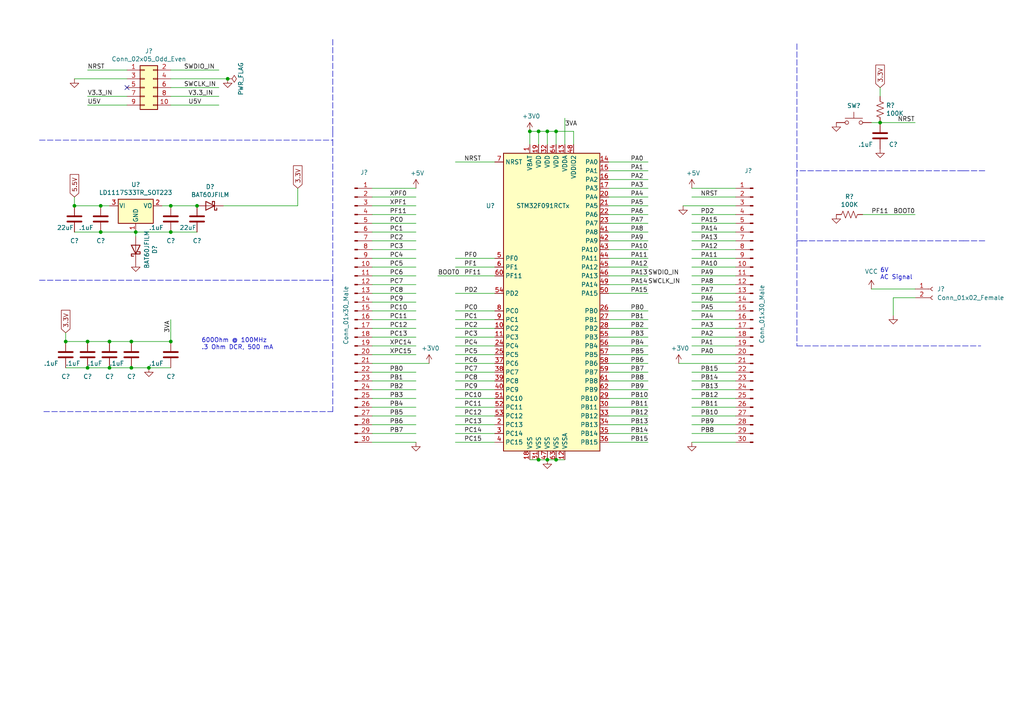
<source format=kicad_sch>
(kicad_sch (version 20211123) (generator eeschema)
  (paper "A4")
  (lib_symbols
    (symbol "Connector:Conn_01x02_Female" (pin_names (offset 1.016) hide)
      (property "Reference" "J?" (at 5.08 -2.54 90))
      (property "Value" "Conn_01x02_Female" (at 2.54 -10.16 90))
      (symbol "Conn_01x02_Female_1_1"
        (arc (start 0 -2.032) (mid -0.508 -2.54) (end 0 -3.048) (stroke (width 0.1524)))
        (polyline (pts (xy -1.27 -2.54) (xy -0.508 -2.54)) (stroke (width 0.1524)))
        (polyline (pts (xy -1.27 0) (xy -0.508 0)) (stroke (width 0.1524)))
        (arc (start 0 0.508) (mid -0.508 0) (end 0 -0.508) (stroke (width 0.1524)))
        (pin passive line (at -5.08 0 0) (length 3.81) (name "Pin_1") (number "1"))
        (pin passive line (at -5.08 -2.54 0) (length 3.81) (name "Pin_2") (number "2"))
      )
    )
    (symbol "Connector:Conn_01x30_Male" (pin_names (offset 1.016) hide)
      (property "Reference" "J" (at 0 38.1 0))
      (property "Value" "Conn_01x30_Male" (at 0 -40.64 0))
      (symbol "Conn_01x30_Male_1_1"
        (polyline (pts (xy 1.27 -38.1) (xy 0.8636 -38.1)) (stroke (width 0.1524)))
        (polyline (pts (xy 1.27 -35.56) (xy 0.8636 -35.56)) (stroke (width 0.1524)))
        (polyline (pts (xy 1.27 -33.02) (xy 0.8636 -33.02)) (stroke (width 0.1524)))
        (polyline (pts (xy 1.27 -30.48) (xy 0.8636 -30.48)) (stroke (width 0.1524)))
        (polyline (pts (xy 1.27 -27.94) (xy 0.8636 -27.94)) (stroke (width 0.1524)))
        (polyline (pts (xy 1.27 -25.4) (xy 0.8636 -25.4)) (stroke (width 0.1524)))
        (polyline (pts (xy 1.27 -22.86) (xy 0.8636 -22.86)) (stroke (width 0.1524)))
        (polyline (pts (xy 1.27 -20.32) (xy 0.8636 -20.32)) (stroke (width 0.1524)))
        (polyline (pts (xy 1.27 -17.78) (xy 0.8636 -17.78)) (stroke (width 0.1524)))
        (polyline (pts (xy 1.27 -15.24) (xy 0.8636 -15.24)) (stroke (width 0.1524)))
        (polyline (pts (xy 1.27 -12.7) (xy 0.8636 -12.7)) (stroke (width 0.1524)))
        (polyline (pts (xy 1.27 -10.16) (xy 0.8636 -10.16)) (stroke (width 0.1524)))
        (polyline (pts (xy 1.27 -7.62) (xy 0.8636 -7.62)) (stroke (width 0.1524)))
        (polyline (pts (xy 1.27 -5.08) (xy 0.8636 -5.08)) (stroke (width 0.1524)))
        (polyline (pts (xy 1.27 -2.54) (xy 0.8636 -2.54)) (stroke (width 0.1524)))
        (polyline (pts (xy 1.27 0) (xy 0.8636 0)) (stroke (width 0.1524)))
        (polyline (pts (xy 1.27 2.54) (xy 0.8636 2.54)) (stroke (width 0.1524)))
        (polyline (pts (xy 1.27 5.08) (xy 0.8636 5.08)) (stroke (width 0.1524)))
        (polyline (pts (xy 1.27 7.62) (xy 0.8636 7.62)) (stroke (width 0.1524)))
        (polyline (pts (xy 1.27 10.16) (xy 0.8636 10.16)) (stroke (width 0.1524)))
        (polyline (pts (xy 1.27 12.7) (xy 0.8636 12.7)) (stroke (width 0.1524)))
        (polyline (pts (xy 1.27 15.24) (xy 0.8636 15.24)) (stroke (width 0.1524)))
        (polyline (pts (xy 1.27 17.78) (xy 0.8636 17.78)) (stroke (width 0.1524)))
        (polyline (pts (xy 1.27 20.32) (xy 0.8636 20.32)) (stroke (width 0.1524)))
        (polyline (pts (xy 1.27 22.86) (xy 0.8636 22.86)) (stroke (width 0.1524)))
        (polyline (pts (xy 1.27 25.4) (xy 0.8636 25.4)) (stroke (width 0.1524)))
        (polyline (pts (xy 1.27 27.94) (xy 0.8636 27.94)) (stroke (width 0.1524)))
        (polyline (pts (xy 1.27 30.48) (xy 0.8636 30.48)) (stroke (width 0.1524)))
        (polyline (pts (xy 1.27 33.02) (xy 0.8636 33.02)) (stroke (width 0.1524)))
        (polyline (pts (xy 1.27 35.56) (xy 0.8636 35.56)) (stroke (width 0.1524)))
        (rectangle (start 0.8636 -37.973) (end 0 -38.227) (stroke (width 0.1524)) (fill (type outline)))
        (rectangle (start 0.8636 -35.433) (end 0 -35.687) (stroke (width 0.1524)) (fill (type outline)))
        (rectangle (start 0.8636 -32.893) (end 0 -33.147) (stroke (width 0.1524)) (fill (type outline)))
        (rectangle (start 0.8636 -30.353) (end 0 -30.607) (stroke (width 0.1524)) (fill (type outline)))
        (rectangle (start 0.8636 -27.813) (end 0 -28.067) (stroke (width 0.1524)) (fill (type outline)))
        (rectangle (start 0.8636 -25.273) (end 0 -25.527) (stroke (width 0.1524)) (fill (type outline)))
        (rectangle (start 0.8636 -22.733) (end 0 -22.987) (stroke (width 0.1524)) (fill (type outline)))
        (rectangle (start 0.8636 -20.193) (end 0 -20.447) (stroke (width 0.1524)) (fill (type outline)))
        (rectangle (start 0.8636 -17.653) (end 0 -17.907) (stroke (width 0.1524)) (fill (type outline)))
        (rectangle (start 0.8636 -15.113) (end 0 -15.367) (stroke (width 0.1524)) (fill (type outline)))
        (rectangle (start 0.8636 -12.573) (end 0 -12.827) (stroke (width 0.1524)) (fill (type outline)))
        (rectangle (start 0.8636 -10.033) (end 0 -10.287) (stroke (width 0.1524)) (fill (type outline)))
        (rectangle (start 0.8636 -7.493) (end 0 -7.747) (stroke (width 0.1524)) (fill (type outline)))
        (rectangle (start 0.8636 -4.953) (end 0 -5.207) (stroke (width 0.1524)) (fill (type outline)))
        (rectangle (start 0.8636 -2.413) (end 0 -2.667) (stroke (width 0.1524)) (fill (type outline)))
        (rectangle (start 0.8636 0.127) (end 0 -0.127) (stroke (width 0.1524)) (fill (type outline)))
        (rectangle (start 0.8636 2.667) (end 0 2.413) (stroke (width 0.1524)) (fill (type outline)))
        (rectangle (start 0.8636 5.207) (end 0 4.953) (stroke (width 0.1524)) (fill (type outline)))
        (rectangle (start 0.8636 7.747) (end 0 7.493) (stroke (width 0.1524)) (fill (type outline)))
        (rectangle (start 0.8636 10.287) (end 0 10.033) (stroke (width 0.1524)) (fill (type outline)))
        (rectangle (start 0.8636 12.827) (end 0 12.573) (stroke (width 0.1524)) (fill (type outline)))
        (rectangle (start 0.8636 15.367) (end 0 15.113) (stroke (width 0.1524)) (fill (type outline)))
        (rectangle (start 0.8636 17.907) (end 0 17.653) (stroke (width 0.1524)) (fill (type outline)))
        (rectangle (start 0.8636 20.447) (end 0 20.193) (stroke (width 0.1524)) (fill (type outline)))
        (rectangle (start 0.8636 22.987) (end 0 22.733) (stroke (width 0.1524)) (fill (type outline)))
        (rectangle (start 0.8636 25.527) (end 0 25.273) (stroke (width 0.1524)) (fill (type outline)))
        (rectangle (start 0.8636 28.067) (end 0 27.813) (stroke (width 0.1524)) (fill (type outline)))
        (rectangle (start 0.8636 30.607) (end 0 30.353) (stroke (width 0.1524)) (fill (type outline)))
        (rectangle (start 0.8636 33.147) (end 0 32.893) (stroke (width 0.1524)) (fill (type outline)))
        (rectangle (start 0.8636 35.687) (end 0 35.433) (stroke (width 0.1524)) (fill (type outline)))
        (pin passive line (at 5.08 35.56 180) (length 3.81) (name "Pin_1") (number "1"))
        (pin passive line (at 5.08 12.7 180) (length 3.81) (name "Pin_10") (number "10"))
        (pin passive line (at 5.08 10.16 180) (length 3.81) (name "Pin_11") (number "11"))
        (pin passive line (at 5.08 7.62 180) (length 3.81) (name "Pin_12") (number "12"))
        (pin passive line (at 5.08 5.08 180) (length 3.81) (name "Pin_13") (number "13"))
        (pin passive line (at 5.08 2.54 180) (length 3.81) (name "Pin_14") (number "14"))
        (pin passive line (at 5.08 0 180) (length 3.81) (name "Pin_15") (number "15"))
        (pin passive line (at 5.08 -2.54 180) (length 3.81) (name "Pin_16") (number "16"))
        (pin passive line (at 5.08 -5.08 180) (length 3.81) (name "Pin_17") (number "17"))
        (pin passive line (at 5.08 -7.62 180) (length 3.81) (name "Pin_18") (number "18"))
        (pin passive line (at 5.08 -10.16 180) (length 3.81) (name "Pin_19") (number "19"))
        (pin passive line (at 5.08 33.02 180) (length 3.81) (name "Pin_2") (number "2"))
        (pin passive line (at 5.08 -12.7 180) (length 3.81) (name "Pin_20") (number "20"))
        (pin passive line (at 5.08 -15.24 180) (length 3.81) (name "Pin_21") (number "21"))
        (pin passive line (at 5.08 -17.78 180) (length 3.81) (name "Pin_22") (number "22"))
        (pin passive line (at 5.08 -20.32 180) (length 3.81) (name "Pin_23") (number "23"))
        (pin passive line (at 5.08 -22.86 180) (length 3.81) (name "Pin_24") (number "24"))
        (pin passive line (at 5.08 -25.4 180) (length 3.81) (name "Pin_25") (number "25"))
        (pin passive line (at 5.08 -27.94 180) (length 3.81) (name "Pin_26") (number "26"))
        (pin passive line (at 5.08 -30.48 180) (length 3.81) (name "Pin_27") (number "27"))
        (pin passive line (at 5.08 -33.02 180) (length 3.81) (name "Pin_28") (number "28"))
        (pin passive line (at 5.08 -35.56 180) (length 3.81) (name "Pin_29") (number "29"))
        (pin passive line (at 5.08 30.48 180) (length 3.81) (name "Pin_3") (number "3"))
        (pin passive line (at 5.08 -38.1 180) (length 3.81) (name "Pin_30") (number "30"))
        (pin passive line (at 5.08 27.94 180) (length 3.81) (name "Pin_4") (number "4"))
        (pin passive line (at 5.08 25.4 180) (length 3.81) (name "Pin_5") (number "5"))
        (pin passive line (at 5.08 22.86 180) (length 3.81) (name "Pin_6") (number "6"))
        (pin passive line (at 5.08 20.32 180) (length 3.81) (name "Pin_7") (number "7"))
        (pin passive line (at 5.08 17.78 180) (length 3.81) (name "Pin_8") (number "8"))
        (pin passive line (at 5.08 15.24 180) (length 3.81) (name "Pin_9") (number "9"))
      )
    )
    (symbol "Connector_Generic:Conn_02x05_Odd_Even" (pin_names (offset 1.016) hide)
      (property "Reference" "J" (at 1.27 7.62 0))
      (property "Value" "Conn_02x05_Odd_Even" (at 1.27 -7.62 0))
      (symbol "Conn_02x05_Odd_Even_1_1"
        (rectangle (start -1.27 -4.953) (end 0 -5.207) (stroke (width 0.1524)))
        (rectangle (start -1.27 -2.413) (end 0 -2.667) (stroke (width 0.1524)))
        (rectangle (start -1.27 0.127) (end 0 -0.127) (stroke (width 0.1524)))
        (rectangle (start -1.27 2.667) (end 0 2.413) (stroke (width 0.1524)))
        (rectangle (start -1.27 5.207) (end 0 4.953) (stroke (width 0.1524)))
        (rectangle (start -1.27 6.35) (end 3.81 -6.35) (stroke (width 0.254)) (fill (type background)))
        (rectangle (start 3.81 -4.953) (end 2.54 -5.207) (stroke (width 0.1524)))
        (rectangle (start 3.81 -2.413) (end 2.54 -2.667) (stroke (width 0.1524)))
        (rectangle (start 3.81 0.127) (end 2.54 -0.127) (stroke (width 0.1524)))
        (rectangle (start 3.81 2.667) (end 2.54 2.413) (stroke (width 0.1524)))
        (rectangle (start 3.81 5.207) (end 2.54 4.953) (stroke (width 0.1524)))
        (pin passive line (at -5.08 5.08 0) (length 3.81) (name "Pin_1") (number "1"))
        (pin passive line (at 7.62 -5.08 180) (length 3.81) (name "Pin_10") (number "10"))
        (pin passive line (at 7.62 5.08 180) (length 3.81) (name "Pin_2") (number "2"))
        (pin passive line (at -5.08 2.54 0) (length 3.81) (name "Pin_3") (number "3"))
        (pin passive line (at 7.62 2.54 180) (length 3.81) (name "Pin_4") (number "4"))
        (pin passive line (at -5.08 0 0) (length 3.81) (name "Pin_5") (number "5"))
        (pin passive line (at 7.62 0 180) (length 3.81) (name "Pin_6") (number "6"))
        (pin passive line (at -5.08 -2.54 0) (length 3.81) (name "Pin_7") (number "7"))
        (pin passive line (at 7.62 -2.54 180) (length 3.81) (name "Pin_8") (number "8"))
        (pin passive line (at -5.08 -5.08 0) (length 3.81) (name "Pin_9") (number "9"))
      )
    )
    (symbol "Device:C" (pin_numbers hide) (pin_names (offset 0.254))
      (property "Reference" "C" (at 0.635 2.54 0))
      (property "Value" "C" (at 0.635 -2.54 0))
      (symbol "C_0_1"
        (polyline (pts (xy -2.032 -0.762) (xy 2.032 -0.762)) (stroke (width 0.508)))
        (polyline (pts (xy -2.032 0.762) (xy 2.032 0.762)) (stroke (width 0.508)))
      )
      (symbol "C_1_1"
        (pin passive line (at 0 3.81 270) (length 2.794) (name "~") (number "1"))
        (pin passive line (at 0 -3.81 90) (length 2.794) (name "~") (number "2"))
      )
    )
    (symbol "Device:R_US" (pin_numbers hide) (pin_names (offset 0))
      (property "Reference" "R" (at 2.54 0 90))
      (property "Value" "R_US" (at -2.54 0 90))
      (symbol "R_US_0_1"
        (polyline (pts (xy 0 -2.286) (xy 0 -2.54)))
        (polyline (pts (xy 0 2.286) (xy 0 2.54)))
        (polyline (pts (xy 0 -0.762) (xy 1.016 -1.143) (xy 0 -1.524) (xy -1.016 -1.905) (xy 0 -2.286)))
        (polyline (pts (xy 0 0.762) (xy 1.016 0.381) (xy 0 0) (xy -1.016 -0.381) (xy 0 -0.762)))
        (polyline (pts (xy 0 2.286) (xy 1.016 1.905) (xy 0 1.524) (xy -1.016 1.143) (xy 0 0.762)))
      )
      (symbol "R_US_1_1"
        (pin passive line (at 0 3.81 270) (length 1.27) (name "~") (number "1"))
        (pin passive line (at 0 -3.81 90) (length 1.27) (name "~") (number "2"))
      )
    )
    (symbol "Diode:BAT60A" (pin_numbers hide) (pin_names (offset 1.016) hide)
      (property "Reference" "D" (at 0 2.54 0))
      (property "Value" "BAT60A" (at 0 -2.54 0))
      (symbol "BAT60A_0_1"
        (polyline (pts (xy 1.27 0) (xy -1.27 0)))
        (polyline (pts (xy 1.27 1.27) (xy 1.27 -1.27) (xy -1.27 0) (xy 1.27 1.27)) (stroke (width 0.254)))
        (polyline (pts (xy -1.905 0.635) (xy -1.905 1.27) (xy -1.27 1.27) (xy -1.27 -1.27) (xy -0.635 -1.27) (xy -0.635 -0.635)) (stroke (width 0.254)))
      )
      (symbol "BAT60A_1_1"
        (pin passive line (at -3.81 0 0) (length 2.54) (name "K") (number "1"))
        (pin passive line (at 3.81 0 180) (length 2.54) (name "A") (number "2"))
      )
    )
    (symbol "MCU_ST_STM32F0:STM32F091RCTx"
      (property "Reference" "U" (at -15.24 44.45 0))
      (property "Value" "STM32F091RCTx" (at 7.62 44.45 0))
      (symbol "STM32F091RCTx_0_1"
        (rectangle (start -15.24 -43.18) (end 12.7 43.18) (stroke (width 0.254)) (fill (type background)))
      )
      (symbol "STM32F091RCTx_1_1"
        (pin power_in line (at -7.62 45.72 270) (length 2.54) (name "VBAT") (number "1"))
        (pin bidirectional line (at -17.78 -7.62 0) (length 2.54) (name "PC2") (number "10"))
        (pin bidirectional line (at -17.78 -10.16 0) (length 2.54) (name "PC3") (number "11"))
        (pin power_in line (at 2.54 -45.72 90) (length 2.54) (name "VSSA") (number "12"))
        (pin power_in line (at 2.54 45.72 270) (length 2.54) (name "VDDA") (number "13"))
        (pin bidirectional line (at 15.24 40.64 180) (length 2.54) (name "PA0") (number "14"))
        (pin bidirectional line (at 15.24 38.1 180) (length 2.54) (name "PA1") (number "15"))
        (pin bidirectional line (at 15.24 35.56 180) (length 2.54) (name "PA2") (number "16"))
        (pin bidirectional line (at 15.24 33.02 180) (length 2.54) (name "PA3") (number "17"))
        (pin power_in line (at -7.62 -45.72 90) (length 2.54) (name "VSS") (number "18"))
        (pin power_in line (at -5.08 45.72 270) (length 2.54) (name "VDD") (number "19"))
        (pin bidirectional line (at -17.78 -35.56 0) (length 2.54) (name "PC13") (number "2"))
        (pin bidirectional line (at 15.24 30.48 180) (length 2.54) (name "PA4") (number "20"))
        (pin bidirectional line (at 15.24 27.94 180) (length 2.54) (name "PA5") (number "21"))
        (pin bidirectional line (at 15.24 25.4 180) (length 2.54) (name "PA6") (number "22"))
        (pin bidirectional line (at 15.24 22.86 180) (length 2.54) (name "PA7") (number "23"))
        (pin bidirectional line (at -17.78 -12.7 0) (length 2.54) (name "PC4") (number "24"))
        (pin bidirectional line (at -17.78 -15.24 0) (length 2.54) (name "PC5") (number "25"))
        (pin bidirectional line (at 15.24 -2.54 180) (length 2.54) (name "PB0") (number "26"))
        (pin bidirectional line (at 15.24 -5.08 180) (length 2.54) (name "PB1") (number "27"))
        (pin bidirectional line (at 15.24 -7.62 180) (length 2.54) (name "PB2") (number "28"))
        (pin bidirectional line (at 15.24 -27.94 180) (length 2.54) (name "PB10") (number "29"))
        (pin bidirectional line (at -17.78 -38.1 0) (length 2.54) (name "PC14") (number "3"))
        (pin bidirectional line (at 15.24 -30.48 180) (length 2.54) (name "PB11") (number "30"))
        (pin power_in line (at -5.08 -45.72 90) (length 2.54) (name "VSS") (number "31"))
        (pin power_in line (at -2.54 45.72 270) (length 2.54) (name "VDD") (number "32"))
        (pin bidirectional line (at 15.24 -33.02 180) (length 2.54) (name "PB12") (number "33"))
        (pin bidirectional line (at 15.24 -35.56 180) (length 2.54) (name "PB13") (number "34"))
        (pin bidirectional line (at 15.24 -38.1 180) (length 2.54) (name "PB14") (number "35"))
        (pin bidirectional line (at 15.24 -40.64 180) (length 2.54) (name "PB15") (number "36"))
        (pin bidirectional line (at -17.78 -17.78 0) (length 2.54) (name "PC6") (number "37"))
        (pin bidirectional line (at -17.78 -20.32 0) (length 2.54) (name "PC7") (number "38"))
        (pin bidirectional line (at -17.78 -22.86 0) (length 2.54) (name "PC8") (number "39"))
        (pin bidirectional line (at -17.78 -40.64 0) (length 2.54) (name "PC15") (number "4"))
        (pin bidirectional line (at -17.78 -25.4 0) (length 2.54) (name "PC9") (number "40"))
        (pin bidirectional line (at 15.24 20.32 180) (length 2.54) (name "PA8") (number "41"))
        (pin bidirectional line (at 15.24 17.78 180) (length 2.54) (name "PA9") (number "42"))
        (pin bidirectional line (at 15.24 15.24 180) (length 2.54) (name "PA10") (number "43"))
        (pin bidirectional line (at 15.24 12.7 180) (length 2.54) (name "PA11") (number "44"))
        (pin bidirectional line (at 15.24 10.16 180) (length 2.54) (name "PA12") (number "45"))
        (pin bidirectional line (at 15.24 7.62 180) (length 2.54) (name "PA13") (number "46"))
        (pin power_in line (at -2.54 -45.72 90) (length 2.54) (name "VSS") (number "47"))
        (pin power_in line (at 5.08 45.72 270) (length 2.54) (name "VDDIO2") (number "48"))
        (pin bidirectional line (at 15.24 5.08 180) (length 2.54) (name "PA14") (number "49"))
        (pin input line (at -17.78 12.7 0) (length 2.54) (name "PF0") (number "5"))
        (pin bidirectional line (at 15.24 2.54 180) (length 2.54) (name "PA15") (number "50"))
        (pin bidirectional line (at -17.78 -27.94 0) (length 2.54) (name "PC10") (number "51"))
        (pin bidirectional line (at -17.78 -30.48 0) (length 2.54) (name "PC11") (number "52"))
        (pin bidirectional line (at -17.78 -33.02 0) (length 2.54) (name "PC12") (number "53"))
        (pin bidirectional line (at -17.78 2.54 0) (length 2.54) (name "PD2") (number "54"))
        (pin bidirectional line (at 15.24 -10.16 180) (length 2.54) (name "PB3") (number "55"))
        (pin bidirectional line (at 15.24 -12.7 180) (length 2.54) (name "PB4") (number "56"))
        (pin bidirectional line (at 15.24 -15.24 180) (length 2.54) (name "PB5") (number "57"))
        (pin bidirectional line (at 15.24 -17.78 180) (length 2.54) (name "PB6") (number "58"))
        (pin bidirectional line (at 15.24 -20.32 180) (length 2.54) (name "PB7") (number "59"))
        (pin input line (at -17.78 10.16 0) (length 2.54) (name "PF1") (number "6"))
        (pin bidirectional line (at -17.78 7.62 0) (length 2.54) (name "PF11") (number "60"))
        (pin bidirectional line (at 15.24 -22.86 180) (length 2.54) (name "PB8") (number "61"))
        (pin bidirectional line (at 15.24 -25.4 180) (length 2.54) (name "PB9") (number "62"))
        (pin power_in line (at 0 -45.72 90) (length 2.54) (name "VSS") (number "63"))
        (pin power_in line (at 0 45.72 270) (length 2.54) (name "VDD") (number "64"))
        (pin input line (at -17.78 40.64 0) (length 2.54) (name "NRST") (number "7"))
        (pin bidirectional line (at -17.78 -2.54 0) (length 2.54) (name "PC0") (number "8"))
        (pin bidirectional line (at -17.78 -5.08 0) (length 2.54) (name "PC1") (number "9"))
      )
    )
    (symbol "Regulator_Linear:LD1117S33TR_SOT223" (pin_names (offset 0.254))
      (property "Reference" "U" (at -3.81 3.175 0))
      (property "Value" "LD1117S33TR_SOT223" (at 0 3.175 0))
      (symbol "LD1117S33TR_SOT223_0_1"
        (rectangle (start -5.08 -5.08) (end 5.08 1.905) (stroke (width 0.254)) (fill (type background)))
      )
      (symbol "LD1117S33TR_SOT223_1_1"
        (pin power_in line (at 0 -7.62 90) (length 2.54) (name "GND") (number "1"))
        (pin power_out line (at 7.62 0 180) (length 2.54) (name "VO") (number "2"))
        (pin power_in line (at -7.62 0 0) (length 2.54) (name "VI") (number "3"))
      )
    )
    (symbol "Switch:SW_Push" (pin_numbers hide) (pin_names (offset 1.016) hide)
      (property "Reference" "SW" (at 1.27 2.54 0))
      (property "Value" "SW_Push" (at 0 -1.524 0))
      (symbol "SW_Push_0_1"
        (circle (center -2.032 0) (radius 0.508))
        (polyline (pts (xy 0 1.27) (xy 0 3.048)))
        (polyline (pts (xy 2.54 1.27) (xy -2.54 1.27)))
        (circle (center 2.032 0) (radius 0.508))
        (pin passive line (at -5.08 0 0) (length 2.54) (name "1") (number "1"))
        (pin passive line (at 5.08 0 180) (length 2.54) (name "2") (number "2"))
      )
    )
    (symbol "power:+3V0" (power) (pin_names (offset 0))
      (property "Value" "+3V0" (at 0 3.556 0))
      (symbol "+3V0_0_1"
        (polyline (pts (xy -0.762 1.27) (xy 0 2.54)))
        (polyline (pts (xy 0 0) (xy 0 2.54)))
        (polyline (pts (xy 0 2.54) (xy 0.762 1.27)))
      )
      (symbol "+3V0_1_1"
        (pin power_in line (at 0 0 90) (length 0) hide (name "+3V0") (number "1"))
      )
    )
    (symbol "power:+5V" (power) (pin_names (offset 0))
      (property "Value" "+5V" (at 0 3.556 0))
      (symbol "+5V_0_1"
        (polyline (pts (xy -0.762 1.27) (xy 0 2.54)))
        (polyline (pts (xy 0 0) (xy 0 2.54)))
        (polyline (pts (xy 0 2.54) (xy 0.762 1.27)))
      )
      (symbol "+5V_1_1"
        (pin power_in line (at 0 0 90) (length 0) hide (name "+5V") (number "1"))
      )
    )
    (symbol "power:GND" (power) (pin_names (offset 0))
      (property "Value" "GND" (at 0 -3.81 0))
      (symbol "GND_0_1"
        (polyline (pts (xy 0 0) (xy 0 -1.27) (xy 1.27 -1.27) (xy 0 -2.54) (xy -1.27 -1.27) (xy 0 -1.27)))
      )
      (symbol "GND_1_1"
        (pin power_in line (at 0 0 270) (length 0) hide (name "GND") (number "1"))
      )
    )
    (symbol "power:PWR_FLAG" (power) (pin_numbers hide) (pin_names (offset 0) hide)
      (property "Value" "PWR_FLAG" (at 0 3.81 0))
      (symbol "PWR_FLAG_0_0"
        (pin power_out line (at 0 0 90) (length 0) (name "pwr") (number "1"))
      )
      (symbol "PWR_FLAG_0_1"
        (polyline (pts (xy 0 0) (xy 0 1.27) (xy -1.016 1.905) (xy 0 2.54) (xy 1.016 1.905) (xy 0 1.27)))
      )
    )
    (symbol "power:VCC" (power) (pin_names (offset 0))
      (property "Value" "VCC" (at 0 3.81 0))
      (symbol "VCC_0_1"
        (polyline (pts (xy -0.762 1.27) (xy 0 2.54)))
        (polyline (pts (xy 0 0) (xy 0 2.54)))
        (polyline (pts (xy 0 2.54) (xy 0.762 1.27)))
      )
      (symbol "VCC_1_1"
        (pin power_in line (at 0 0 90) (length 0) hide (name "VCC") (number "1"))
      )
    )
  )
  (junction (at 255.27 35.56))
  (junction (at 21.59 59.69))
  (junction (at 29.21 67.31))
  (junction (at 19.05 99.06))
  (junction (at 43.18 106.68))
  (junction (at 153.67 38.1))
  (junction (at 25.4 99.06))
  (junction (at 49.53 99.06))
  (junction (at 25.4 106.68))
  (junction (at 39.37 67.31))
  (junction (at 158.75 133.35))
  (junction (at 31.75 99.06))
  (junction (at 66.04 22.86))
  (junction (at 49.53 59.69))
  (junction (at 31.75 106.68))
  (junction (at 158.75 38.1))
  (junction (at 57.15 59.69))
  (junction (at 156.21 133.35))
  (junction (at 156.21 38.1))
  (junction (at 49.53 67.31))
  (junction (at 161.29 133.35))
  (junction (at 29.21 59.69))
  (junction (at 161.29 38.1))
  (junction (at 38.1 106.68))
  (junction (at 38.1 99.06))
  (no_connect (at 36.83 25.4))
  (wire (pts (xy 49.53 22.86) (xy 66.04 22.86)))
  (polyline (pts (xy 231.14 69.85) (xy 233.68 69.85)))
  (wire (pts (xy 213.36 82.55) (xy 200.66 82.55)))
  (wire (pts (xy 176.53 118.11) (xy 187.96 118.11)))
  (wire (pts (xy 176.53 97.79) (xy 187.96 97.79)))
  (wire (pts (xy 143.51 95.25) (xy 132.08 95.25)))
  (wire (pts (xy 176.53 105.41) (xy 187.96 105.41)))
  (wire (pts (xy 176.53 59.69) (xy 187.96 59.69)))
  (wire (pts (xy 161.29 41.91) (xy 161.29 38.1)))
  (wire (pts (xy 31.75 106.68) (xy 38.1 106.68)))
  (wire (pts (xy 143.51 113.03) (xy 132.08 113.03)))
  (wire (pts (xy 213.36 113.03) (xy 200.66 113.03)))
  (wire (pts (xy 107.95 105.41) (xy 124.46 105.41)))
  (polyline (pts (xy 96.52 40.64) (xy 96.52 81.28)))
  (wire (pts (xy 107.95 97.79) (xy 120.65 97.79)))
  (wire (pts (xy 107.95 87.63) (xy 120.65 87.63)))
  (wire (pts (xy 19.05 106.68) (xy 25.4 106.68)))
  (wire (pts (xy 19.05 96.52) (xy 19.05 99.06)))
  (wire (pts (xy 107.95 110.49) (xy 120.65 110.49)))
  (wire (pts (xy 107.95 120.65) (xy 120.65 120.65)))
  (wire (pts (xy 213.36 97.79) (xy 200.66 97.79)))
  (wire (pts (xy 198.12 59.69) (xy 213.36 59.69)))
  (wire (pts (xy 213.36 128.27) (xy 200.66 128.27)))
  (wire (pts (xy 176.53 115.57) (xy 187.96 115.57)))
  (wire (pts (xy 252.73 83.82) (xy 265.43 83.82)))
  (wire (pts (xy 143.51 120.65) (xy 132.08 120.65)))
  (polyline (pts (xy 279.4 49.53) (xy 285.75 49.53)))
  (wire (pts (xy 107.95 80.01) (xy 120.65 80.01)))
  (wire (pts (xy 176.53 110.49) (xy 187.96 110.49)))
  (wire (pts (xy 176.53 54.61) (xy 187.96 54.61)))
  (wire (pts (xy 86.36 54.61) (xy 86.36 59.69)))
  (wire (pts (xy 143.51 110.49) (xy 132.08 110.49)))
  (wire (pts (xy 107.95 107.95) (xy 120.65 107.95)))
  (wire (pts (xy 31.75 99.06) (xy 38.1 99.06)))
  (wire (pts (xy 107.95 69.85) (xy 120.65 69.85)))
  (wire (pts (xy 46.99 59.69) (xy 49.53 59.69)))
  (wire (pts (xy 38.1 106.68) (xy 43.18 106.68)))
  (wire (pts (xy 156.21 38.1) (xy 158.75 38.1)))
  (wire (pts (xy 213.36 62.23) (xy 200.66 62.23)))
  (polyline (pts (xy 231.14 69.85) (xy 231.14 100.33)))
  (wire (pts (xy 107.95 92.71) (xy 120.65 92.71)))
  (wire (pts (xy 176.53 72.39) (xy 187.96 72.39)))
  (wire (pts (xy 143.51 118.11) (xy 132.08 118.11)))
  (wire (pts (xy 25.4 30.48) (xy 36.83 30.48)))
  (wire (pts (xy 213.36 72.39) (xy 200.66 72.39)))
  (wire (pts (xy 64.77 59.69) (xy 86.36 59.69)))
  (wire (pts (xy 158.75 133.35) (xy 161.29 133.35)))
  (wire (pts (xy 21.59 22.86) (xy 36.83 22.86)))
  (wire (pts (xy 156.21 41.91) (xy 156.21 38.1)))
  (wire (pts (xy 255.27 35.56) (xy 265.43 35.56)))
  (wire (pts (xy 176.53 123.19) (xy 187.96 123.19)))
  (wire (pts (xy 36.83 27.94) (xy 25.4 27.94)))
  (wire (pts (xy 213.36 54.61) (xy 200.66 54.61)))
  (wire (pts (xy 176.53 49.53) (xy 187.96 49.53)))
  (wire (pts (xy 39.37 68.58) (xy 39.37 67.31)))
  (wire (pts (xy 213.36 85.09) (xy 200.66 85.09)))
  (wire (pts (xy 49.53 67.31) (xy 57.15 67.31)))
  (wire (pts (xy 158.75 38.1) (xy 161.29 38.1)))
  (wire (pts (xy 176.53 125.73) (xy 187.96 125.73)))
  (wire (pts (xy 31.75 59.69) (xy 29.21 59.69)))
  (wire (pts (xy 107.95 115.57) (xy 120.65 115.57)))
  (wire (pts (xy 153.67 41.91) (xy 153.67 38.1)))
  (polyline (pts (xy 96.52 11.43) (xy 96.52 38.1)))
  (wire (pts (xy 143.51 125.73) (xy 132.08 125.73)))
  (wire (pts (xy 39.37 67.31) (xy 49.53 67.31)))
  (wire (pts (xy 21.59 59.69) (xy 29.21 59.69)))
  (wire (pts (xy 107.95 54.61) (xy 120.65 54.61)))
  (wire (pts (xy 107.95 77.47) (xy 120.65 77.47)))
  (wire (pts (xy 143.51 85.09) (xy 132.08 85.09)))
  (wire (pts (xy 176.53 90.17) (xy 187.96 90.17)))
  (wire (pts (xy 213.36 118.11) (xy 200.66 118.11)))
  (wire (pts (xy 107.95 67.31) (xy 120.65 67.31)))
  (wire (pts (xy 49.53 30.48) (xy 63.5 30.48)))
  (polyline (pts (xy 96.52 81.28) (xy 96.52 119.38)))
  (wire (pts (xy 25.4 99.06) (xy 31.75 99.06)))
  (polyline (pts (xy 96.52 38.1) (xy 96.52 40.64)))
  (wire (pts (xy 49.53 20.32) (xy 63.5 20.32)))
  (wire (pts (xy 213.36 80.01) (xy 200.66 80.01)))
  (wire (pts (xy 250.19 62.23) (xy 265.43 62.23)))
  (wire (pts (xy 49.53 59.69) (xy 57.15 59.69)))
  (wire (pts (xy 107.95 113.03) (xy 120.65 113.03)))
  (wire (pts (xy 143.51 100.33) (xy 132.08 100.33)))
  (polyline (pts (xy 231.14 12.7) (xy 231.14 49.53)))
  (wire (pts (xy 176.53 74.93) (xy 187.96 74.93)))
  (wire (pts (xy 107.95 59.69) (xy 120.65 59.69)))
  (wire (pts (xy 143.51 97.79) (xy 132.08 97.79)))
  (wire (pts (xy 107.95 102.87) (xy 120.65 102.87)))
  (wire (pts (xy 153.67 133.35) (xy 156.21 133.35)))
  (wire (pts (xy 176.53 57.15) (xy 187.96 57.15)))
  (wire (pts (xy 127 80.01) (xy 143.51 80.01)))
  (wire (pts (xy 107.95 90.17) (xy 120.65 90.17)))
  (wire (pts (xy 213.36 64.77) (xy 200.66 64.77)))
  (wire (pts (xy 107.95 85.09) (xy 120.65 85.09)))
  (wire (pts (xy 143.51 105.41) (xy 132.08 105.41)))
  (wire (pts (xy 213.36 125.73) (xy 200.66 125.73)))
  (wire (pts (xy 255.27 25.4) (xy 255.27 27.94)))
  (wire (pts (xy 143.51 77.47) (xy 132.08 77.47)))
  (wire (pts (xy 143.51 92.71) (xy 132.08 92.71)))
  (wire (pts (xy 176.53 85.09) (xy 187.96 85.09)))
  (polyline (pts (xy 11.43 81.28) (xy 96.52 81.28)))
  (wire (pts (xy 213.36 115.57) (xy 200.66 115.57)))
  (polyline (pts (xy 279.4 69.85) (xy 285.75 69.85)))
  (polyline (pts (xy 231.14 49.53) (xy 231.14 69.85)))
  (polyline (pts (xy 231.14 100.33) (xy 284.48 100.33)))
  (wire (pts (xy 176.53 64.77) (xy 187.96 64.77)))
  (wire (pts (xy 21.59 57.15) (xy 21.59 59.69)))
  (wire (pts (xy 259.08 86.36) (xy 259.08 91.44)))
  (wire (pts (xy 213.36 57.15) (xy 200.66 57.15)))
  (wire (pts (xy 265.43 86.36) (xy 259.08 86.36)))
  (wire (pts (xy 143.51 102.87) (xy 132.08 102.87)))
  (wire (pts (xy 107.95 62.23) (xy 120.65 62.23)))
  (polyline (pts (xy 12.7 119.38) (xy 96.52 119.38)))
  (polyline (pts (xy 232.41 69.85) (xy 279.4 69.85)))
  (wire (pts (xy 213.36 95.25) (xy 200.66 95.25)))
  (wire (pts (xy 107.95 125.73) (xy 120.65 125.73)))
  (wire (pts (xy 176.53 120.65) (xy 187.96 120.65)))
  (wire (pts (xy 213.36 87.63) (xy 200.66 87.63)))
  (wire (pts (xy 176.53 113.03) (xy 187.96 113.03)))
  (wire (pts (xy 29.21 67.31) (xy 39.37 67.31)))
  (wire (pts (xy 158.75 41.91) (xy 158.75 38.1)))
  (wire (pts (xy 107.95 118.11) (xy 120.65 118.11)))
  (wire (pts (xy 161.29 38.1) (xy 166.37 38.1)))
  (wire (pts (xy 163.83 41.91) (xy 163.83 34.29)))
  (wire (pts (xy 143.51 115.57) (xy 132.08 115.57)))
  (wire (pts (xy 143.51 74.93) (xy 132.08 74.93)))
  (wire (pts (xy 176.53 46.99) (xy 187.96 46.99)))
  (wire (pts (xy 161.29 133.35) (xy 163.83 133.35)))
  (wire (pts (xy 156.21 133.35) (xy 158.75 133.35)))
  (wire (pts (xy 213.36 110.49) (xy 200.66 110.49)))
  (wire (pts (xy 176.53 107.95) (xy 187.96 107.95)))
  (wire (pts (xy 196.85 105.41) (xy 213.36 105.41)))
  (wire (pts (xy 213.36 120.65) (xy 200.66 120.65)))
  (wire (pts (xy 19.05 99.06) (xy 25.4 99.06)))
  (wire (pts (xy 49.53 92.71) (xy 49.53 99.06)))
  (wire (pts (xy 143.51 123.19) (xy 132.08 123.19)))
  (wire (pts (xy 213.36 100.33) (xy 200.66 100.33)))
  (wire (pts (xy 213.36 102.87) (xy 200.66 102.87)))
  (wire (pts (xy 143.51 128.27) (xy 132.08 128.27)))
  (wire (pts (xy 107.95 74.93) (xy 120.65 74.93)))
  (polyline (pts (xy 11.43 40.64) (xy 96.52 40.64)))
  (wire (pts (xy 107.95 123.19) (xy 120.65 123.19)))
  (wire (pts (xy 38.1 99.06) (xy 49.53 99.06)))
  (wire (pts (xy 213.36 77.47) (xy 200.66 77.47)))
  (wire (pts (xy 153.67 38.1) (xy 156.21 38.1)))
  (wire (pts (xy 213.36 107.95) (xy 200.66 107.95)))
  (wire (pts (xy 143.51 107.95) (xy 132.08 107.95)))
  (wire (pts (xy 43.18 106.68) (xy 49.53 106.68)))
  (wire (pts (xy 176.53 100.33) (xy 187.96 100.33)))
  (wire (pts (xy 143.51 46.99) (xy 132.08 46.99)))
  (wire (pts (xy 213.36 123.19) (xy 200.66 123.19)))
  (wire (pts (xy 49.53 27.94) (xy 63.5 27.94)))
  (wire (pts (xy 166.37 38.1) (xy 166.37 41.91)))
  (wire (pts (xy 213.36 92.71) (xy 200.66 92.71)))
  (wire (pts (xy 107.95 72.39) (xy 120.65 72.39)))
  (polyline (pts (xy 279.4 49.53) (xy 231.14 49.53)))
  (wire (pts (xy 107.95 95.25) (xy 120.65 95.25)))
  (wire (pts (xy 252.73 35.56) (xy 255.27 35.56)))
  (wire (pts (xy 176.53 52.07) (xy 187.96 52.07)))
  (wire (pts (xy 213.36 90.17) (xy 200.66 90.17)))
  (wire (pts (xy 176.53 102.87) (xy 187.96 102.87)))
  (wire (pts (xy 107.95 64.77) (xy 120.65 64.77)))
  (wire (pts (xy 36.83 20.32) (xy 25.4 20.32)))
  (wire (pts (xy 176.53 69.85) (xy 187.96 69.85)))
  (wire (pts (xy 176.53 128.27) (xy 187.96 128.27)))
  (wire (pts (xy 107.95 82.55) (xy 120.65 82.55)))
  (wire (pts (xy 143.51 90.17) (xy 132.08 90.17)))
  (wire (pts (xy 107.95 100.33) (xy 120.65 100.33)))
  (wire (pts (xy 21.59 67.31) (xy 29.21 67.31)))
  (wire (pts (xy 107.95 57.15) (xy 120.65 57.15)))
  (wire (pts (xy 213.36 69.85) (xy 200.66 69.85)))
  (wire (pts (xy 176.53 92.71) (xy 187.96 92.71)))
  (wire (pts (xy 25.4 106.68) (xy 31.75 106.68)))
  (wire (pts (xy 213.36 74.93) (xy 200.66 74.93)))
  (wire (pts (xy 176.53 62.23) (xy 187.96 62.23)))
  (wire (pts (xy 176.53 80.01) (xy 187.96 80.01)))
  (wire (pts (xy 176.53 67.31) (xy 187.96 67.31)))
  (wire (pts (xy 213.36 67.31) (xy 200.66 67.31)))
  (wire (pts (xy 49.53 25.4) (xy 63.5 25.4)))
  (wire (pts (xy 176.53 95.25) (xy 187.96 95.25)))
  (wire (pts (xy 107.95 128.27) (xy 120.65 128.27)))
  (wire (pts (xy 176.53 82.55) (xy 187.96 82.55)))
  (wire (pts (xy 176.53 77.47) (xy 187.96 77.47)))
  (text "600Ohm @ 100MHz\n.3 Ohm DCR, 500 mA" (at 58.42 101.6 0) (effects (font (size 1.27 1.27)) (justify left bottom)))
  (text "6V \nAC Signal\n" (at 255.27 81.28 0) (effects (font (size 1.27 1.27)) (justify left bottom)))
  (label "PA13" (at 182.88 80.01 0))
  (label "XPF0" (at 113.03 57.15 0))
  (label "PB3" (at 113.03 115.57 0))
  (label "XPC15" (at 113.03 102.87 0))
  (label "SWDIO_IN" (at 53.34 20.32 0))
  (label "PB9" (at 182.88 113.03 0))
  (label "PB1" (at 182.88 92.71 0))
  (label "PC5" (at 113.03 77.47 0))
  (label "PA7" (at 203.2 85.09 0))
  (label "PC3" (at 113.03 72.39 0))
  (label "PB12" (at 182.88 120.65 0))
  (label "U5V" (at 25.4 30.48 0))
  (label "NRST" (at 203.2 57.15 0))
  (label "PC13" (at 134.62 123.19 0))
  (label "PB5" (at 182.88 102.87 0))
  (label "PA13" (at 203.2 69.85 0))
  (label "PA11" (at 203.2 74.93 0))
  (label "PF11" (at 113.03 62.23 0))
  (label "PB0" (at 182.88 90.17 0))
  (label "PA10" (at 203.2 77.47 0))
  (label "PB5" (at 113.03 120.65 0))
  (label "PB6" (at 113.03 123.19 0))
  (label "PA8" (at 182.88 67.31 0))
  (label "PB8" (at 203.2 125.73 0))
  (label "PA1" (at 203.2 100.33 0))
  (label "3VA" (at 163.83 36.83 0))
  (label "PC10" (at 134.62 115.57 0))
  (label "PA0" (at 203.2 102.87 0))
  (label "PF11" (at 134.62 80.01 0))
  (label "PA9" (at 203.2 80.01 0))
  (label "PA5" (at 182.88 59.69 0))
  (label "PC0" (at 134.62 90.17 0))
  (label "PA2" (at 203.2 97.79 0))
  (label "PC12" (at 113.03 95.25 0))
  (label "PA9" (at 182.88 69.85 0))
  (label "PB11" (at 182.88 118.11 0))
  (label "PD2" (at 203.2 62.23 0))
  (label "PA6" (at 203.2 87.63 0))
  (label "PC11" (at 113.03 92.71 0))
  (label "PA4" (at 203.2 92.71 0))
  (label "XPC14" (at 113.03 100.33 0))
  (label "3VA" (at 49.53 96.52 90))
  (label "PA4" (at 182.88 57.15 0))
  (label "PC0" (at 113.03 64.77 0))
  (label "PC7" (at 113.03 82.55 0))
  (label "PC3" (at 134.62 97.79 0))
  (label "PF11" (at 252.73 62.23 0))
  (label "PA2" (at 182.88 52.07 0))
  (label "PC6" (at 134.62 105.41 0))
  (label "SWDIO_IN" (at 187.96 80.01 0))
  (label "PF1" (at 134.62 77.47 0))
  (label "NRST" (at 25.4 20.32 0))
  (label "PB10" (at 182.88 115.57 0))
  (label "PC4" (at 113.03 74.93 0))
  (label "PC7" (at 134.62 107.95 0))
  (label "PA14" (at 203.2 67.31 0))
  (label "PB7" (at 182.88 107.95 0))
  (label "PA15" (at 203.2 64.77 0))
  (label "PA11" (at 182.88 74.93 0))
  (label "PB4" (at 113.03 118.11 0))
  (label "SWCLK_IN" (at 187.96 82.55 0))
  (label "PC8" (at 113.03 85.09 0))
  (label "PC5" (at 134.62 102.87 0))
  (label "PA1" (at 182.88 49.53 0))
  (label "PC12" (at 134.62 120.65 0))
  (label "PA12" (at 203.2 72.39 0))
  (label "PB7" (at 113.03 125.73 0))
  (label "NRST" (at 134.62 46.99 0))
  (label "PB15" (at 203.2 107.95 0))
  (label "PB15" (at 182.88 128.27 0))
  (label "NRST" (at 260.35 35.56 0))
  (label "PC9" (at 113.03 87.63 0))
  (label "PA8" (at 203.2 82.55 0))
  (label "PB12" (at 203.2 115.57 0))
  (label "PB10" (at 203.2 120.65 0))
  (label "V3.3_IN" (at 54.61 27.94 0))
  (label "SWCLK_IN" (at 53.34 25.4 0))
  (label "PC9" (at 134.62 113.03 0))
  (label "PC10" (at 113.03 90.17 0))
  (label "PB11" (at 203.2 118.11 0))
  (label "BOOT0" (at 259.08 62.23 0))
  (label "PC6" (at 113.03 80.01 0))
  (label "PC11" (at 134.62 118.11 0))
  (label "PC1" (at 113.03 67.31 0))
  (label "PC8" (at 134.62 110.49 0))
  (label "PC15" (at 134.62 128.27 0))
  (label "PB14" (at 203.2 110.49 0))
  (label "PB4" (at 182.88 100.33 0))
  (label "U5V" (at 54.61 30.48 0))
  (label "PC1" (at 134.62 92.71 0))
  (label "PA6" (at 182.88 62.23 0))
  (label "PB9" (at 203.2 123.19 0))
  (label "V3.3_IN" (at 25.4 27.94 0))
  (label "PA10" (at 182.88 72.39 0))
  (label "PA3" (at 182.88 54.61 0))
  (label "PA12" (at 182.88 77.47 0))
  (label "BOOT0" (at 127 80.01 0))
  (label "PF0" (at 134.62 74.93 0))
  (label "PB6" (at 182.88 105.41 0))
  (label "PB0" (at 113.03 107.95 0))
  (label "PA0" (at 182.88 46.99 0))
  (label "PB2" (at 113.03 113.03 0))
  (label "PB14" (at 182.88 125.73 0))
  (label "PB3" (at 182.88 97.79 0))
  (label "PA7" (at 182.88 64.77 0))
  (label "PB8" (at 182.88 110.49 0))
  (label "PB13" (at 182.88 123.19 0))
  (label "PC2" (at 113.03 69.85 0))
  (label "PA3" (at 203.2 95.25 0))
  (label "PB13" (at 203.2 113.03 0))
  (label "PC2" (at 134.62 95.25 0))
  (label "PB2" (at 182.88 95.25 0))
  (label "PC4" (at 134.62 100.33 0))
  (label "PA15" (at 182.88 85.09 0))
  (label "PD2" (at 134.62 85.09 0))
  (label "XPF1" (at 113.03 59.69 0))
  (label "PB1" (at 113.03 110.49 0))
  (label "PC14" (at 134.62 125.73 0))
  (label "PC13" (at 113.03 97.79 0))
  (label "PA5" (at 203.2 90.17 0))
  (label "PA14" (at 182.88 82.55 0))
  (global_label "5.5V" (shape input) (at 21.59 57.15 90) (property "Intersheet References" "${INTERSHEET_REFS}" (effects hide)))
  (global_label "3.3V" (shape input) (at 86.36 54.61 90) (property "Intersheet References" "${INTERSHEET_REFS}" (effects hide)))
  (global_label "3.3V" (shape input) (at 19.05 96.52 90) (property "Intersheet References" "${INTERSHEET_REFS}" (effects hide)))
  (global_label "3.3V" (shape input) (at 255.27 25.4 90) (property "Intersheet References" "${INTERSHEET_REFS}" (effects hide)))
  (symbol (lib_id "MCU_ST_STM32F0:STM32F091RCTx") (at 161.29 87.63 0) (unit 1)
    (property "Reference" "U?" (at 142.24 59.69 0))
    (property "Value" "STM32F091RCTx" (at 157.48 59.69 0))
    (property "Footprint" "Package_QFP:LQFP-64_10x10mm_P0.5mm" (effects hide))
    (property "Datasheet" "http://www.st.com/st-web-ui/static/active/en/resource/technical/document/datasheet/DM00115237.pdf" (effects hide))
  )
  (symbol (lib_id "Device:C") (at 25.4 102.87 0) (unit 1)
    (property "Reference" "C?" (at 24.13 109.22 0) (effects (justify left)))
    (property "Value" ".1uF" (at 19.05 105.41 0) (effects (justify left)))
    (property "Footprint" "Capacitor_SMD:C_0805_2012Metric_Pad1.18x1.45mm_HandSolder" (effects hide))
  )
  (symbol (lib_id "power:+3V0") (at 124.46 105.41 0) (unit 1)
    (property "Reference" "#PWR?" (effects hide))
    (property "Value" "+3V0" (at 124.841 101.0158 0))
  )
  (symbol (lib_id "Device:R_US") (at 255.27 31.75 0) (unit 1)
    (property "Reference" "R?" (at 256.9972 30.5816 0) (effects (justify left)))
    (property "Value" "100K" (at 256.9972 32.893 0) (effects (justify left)))
    (property "Footprint" "Resistor_SMD:R_0805_2012Metric_Pad1.20x1.40mm_HandSolder" (effects hide))
  )
  (symbol (lib_id "power:GND") (at 43.18 106.68 0) (unit 1)
    (property "Reference" "#PWR?" (effects hide))
    (property "Value" "GND" (effects hide))
  )
  (symbol (lib_id "power:GND") (at 21.59 22.86 0) (unit 1)
    (property "Reference" "#PWR?" (effects hide))
    (property "Value" "GND" (effects hide))
  )
  (symbol (lib_id "power:GND") (at 198.12 59.69 0) (unit 1)
    (property "Reference" "#PWR?" (effects hide))
    (property "Value" "GND" (effects hide))
  )
  (symbol (lib_id "Device:C") (at 38.1 102.87 0) (unit 1)
    (property "Reference" "C?" (at 36.83 109.22 0) (effects (justify left)))
    (property "Value" ".1uF" (at 31.75 105.41 0) (effects (justify left)))
    (property "Footprint" "Capacitor_SMD:C_0805_2012Metric_Pad1.18x1.45mm_HandSolder" (effects hide))
  )
  (symbol (lib_id "Diode:BAT60A") (at 39.37 72.39 90) (unit 1)
    (property "Reference" "D?" (at 44.8818 72.39 0))
    (property "Value" "BAT60JFILM" (at 42.5704 72.39 0))
    (property "Footprint" "Diode_SMD:D_SOD-323" (effects hide))
    (property "Datasheet" "https://www.infineon.com/dgdl/Infineon-BAT60ASERIES-DS-v01_01-en.pdf?fileId=db3a304313d846880113def70c9304a9" (effects hide))
  )
  (symbol (lib_id "power:GND") (at 39.37 76.2 0) (unit 1)
    (property "Reference" "#PWR?" (effects hide))
    (property "Value" "GND" (effects hide))
  )
  (symbol (lib_id "Connector:Conn_01x30_Male") (at 218.44 90.17 0) (mirror y) (unit 1)
    (property "Reference" "J?" (at 215.9 49.53 0) (effects (justify right)))
    (property "Value" "Conn_01x30_Male" (at 220.98 82.55 90) (effects (justify right)))
    (property "Footprint" "local_models:HTSW-130-22-T-S" (effects hide))
  )
  (symbol (lib_id "power:GND") (at 120.65 128.27 0) (unit 1)
    (property "Reference" "#PWR?" (effects hide))
    (property "Value" "GND" (effects hide))
  )
  (symbol (lib_id "Connector:Conn_01x30_Male") (at 102.87 90.17 0) (unit 1)
    (property "Reference" "J?" (at 105.6132 50.0126 0))
    (property "Value" "Conn_01x30_Male" (at 100.33 91.44 90))
    (property "Footprint" "local_models:HTSW-130-22-T-S" (effects hide))
  )
  (symbol (lib_id "Device:C") (at 21.59 63.5 0) (unit 1)
    (property "Reference" "C?" (at 20.32 69.85 0) (effects (justify left)))
    (property "Value" "22uF" (at 16.51 66.04 0) (effects (justify left)))
    (property "Footprint" "Capacitor_SMD:C_0805_2012Metric_Pad1.18x1.45mm_HandSolder" (effects hide))
    (property "Datasheet" "https://datasheet.lcsc.com/szlcsc/Samsung-Electro-Mechanics-CL21A226MAQNNNE_C45783.pdf" (effects hide))
  )
  (symbol (lib_id "Connector:Conn_01x02_Female") (at 270.51 83.82 0) (unit 1)
    (property "Reference" "J?" (at 271.78 83.8199 0) (effects (justify left)))
    (property "Value" "Conn_01x02_Female" (at 271.78 86.3599 0) (effects (justify left)))
    (property "Footprint" "local_models:J1" (effects hide))
  )
  (symbol (lib_id "power:GND") (at 242.57 35.56 0) (unit 1)
    (property "Reference" "#PWR?" (effects hide))
    (property "Value" "GND" (effects hide))
  )
  (symbol (lib_id "Device:C") (at 255.27 39.37 0) (unit 1)
    (property "Reference" "C?" (at 257.81 41.91 0) (effects (justify left)))
    (property "Value" ".1uF" (at 248.92 41.91 0) (effects (justify left)))
    (property "Footprint" "Capacitor_SMD:C_0805_2012Metric_Pad1.18x1.45mm_HandSolder" (effects hide))
  )
  (symbol (lib_id "power:GND") (at 66.04 22.86 0) (unit 1)
    (property "Reference" "#PWR?" (effects hide))
    (property "Value" "GND" (effects hide))
  )
  (symbol (lib_id "power:+3V0") (at 196.85 105.41 0) (unit 1)
    (property "Reference" "#PWR?" (effects hide))
    (property "Value" "+3V0" (at 197.231 101.0158 0))
  )
  (symbol (lib_id "Device:C") (at 19.05 102.87 0) (unit 1)
    (property "Reference" "C?" (at 17.78 109.22 0) (effects (justify left)))
    (property "Value" ".1uF" (at 12.7 105.41 0) (effects (justify left)))
    (property "Footprint" "Capacitor_SMD:C_0805_2012Metric_Pad1.18x1.45mm_HandSolder" (effects hide))
  )
  (symbol (lib_id "Diode:BAT60A") (at 60.96 59.69 180) (unit 1)
    (property "Reference" "D?" (at 60.96 54.1782 0))
    (property "Value" "BAT60JFILM" (at 60.96 56.4896 0))
    (property "Footprint" "Diode_SMD:D_SOD-323" (effects hide))
    (property "Datasheet" "https://www.infineon.com/dgdl/Infineon-BAT60ASERIES-DS-v01_01-en.pdf?fileId=db3a304313d846880113def70c9304a9" (effects hide))
  )
  (symbol (lib_id "power:GND") (at 255.27 43.18 0) (unit 1)
    (property "Reference" "#PWR?" (effects hide))
    (property "Value" "GND" (effects hide))
  )
  (symbol (lib_id "Device:C") (at 49.53 63.5 0) (unit 1)
    (property "Reference" "C?" (at 48.26 69.85 0) (effects (justify left)))
    (property "Value" ".1uF" (at 43.18 66.04 0) (effects (justify left)))
    (property "Footprint" "Capacitor_SMD:C_0805_2012Metric_Pad1.18x1.45mm_HandSolder" (effects hide))
    (property "Datasheet" "https://datasheet.lcsc.com/szlcsc/Samsung-Electro-Mechanics-CL21C101JBANNNC_C1790.pdf" (effects hide))
  )
  (symbol (lib_id "power:GND") (at 158.75 133.35 0) (unit 1)
    (property "Reference" "#PWR?" (effects hide))
    (property "Value" "GND" (effects hide))
  )
  (symbol (lib_id "Device:C") (at 29.21 63.5 0) (unit 1)
    (property "Reference" "C?" (at 27.94 69.85 0) (effects (justify left)))
    (property "Value" ".1uF" (at 22.86 66.04 0) (effects (justify left)))
    (property "Footprint" "Capacitor_SMD:C_0805_2012Metric_Pad1.18x1.45mm_HandSolder" (effects hide))
    (property "Datasheet" "https://datasheet.lcsc.com/szlcsc/Samsung-Electro-Mechanics-CL21C101JBANNNC_C1790.pdf" (effects hide))
  )
  (symbol (lib_id "power:+3V0") (at 153.67 38.1 0) (unit 1)
    (property "Reference" "#PWR?" (effects hide))
    (property "Value" "+3V0" (at 154.051 33.7058 0))
  )
  (symbol (lib_id "Device:C") (at 49.53 102.87 0) (unit 1)
    (property "Reference" "C?" (at 48.26 109.22 0) (effects (justify left)))
    (property "Value" ".1uF" (at 43.18 105.41 0) (effects (justify left)))
    (property "Footprint" "Capacitor_SMD:C_0805_2012Metric_Pad1.18x1.45mm_HandSolder" (effects hide))
  )
  (symbol (lib_id "Device:R_US") (at 246.38 62.23 270) (unit 1)
    (property "Reference" "R?" (at 246.38 57.023 90))
    (property "Value" "100K" (at 246.38 59.3344 90))
    (property "Footprint" "Resistor_SMD:R_0805_2012Metric_Pad1.20x1.40mm_HandSolder" (effects hide))
  )
  (symbol (lib_id "Connector_Generic:Conn_02x05_Odd_Even") (at 41.91 25.4 0) (unit 1)
    (property "Reference" "J?" (at 43.18 14.8082 0))
    (property "Value" "Conn_02x05_Odd_Even" (at 43.18 17.1196 0))
    (property "Footprint" "Connector_IDC:IDC-Header_2x05_P2.54mm_Vertical" (effects hide))
  )
  (symbol (lib_id "Regulator_Linear:LD1117S33TR_SOT223") (at 39.37 59.69 0) (unit 1)
    (property "Reference" "U?" (at 39.37 53.5432 0))
    (property "Value" "LD1117S33TR_SOT223" (at 39.37 55.8546 0))
    (property "Footprint" "Package_TO_SOT_SMD:SOT-223-3_TabPin2" (effects hide))
    (property "Datasheet" "http://www.st.com/st-web-ui/static/active/en/resource/technical/document/datasheet/CD00000544.pdf" (effects hide))
  )
  (symbol (lib_id "Device:C") (at 31.75 102.87 0) (unit 1)
    (property "Reference" "C?" (at 30.48 109.22 0) (effects (justify left)))
    (property "Value" ".1uF" (at 25.4 105.41 0) (effects (justify left)))
    (property "Footprint" "Capacitor_SMD:C_0805_2012Metric_Pad1.18x1.45mm_HandSolder" (effects hide))
  )
  (symbol (lib_id "power:+5V") (at 200.66 54.61 0) (unit 1)
    (property "Reference" "#PWR?" (effects hide))
    (property "Value" "+5V" (at 201.041 50.2158 0))
  )
  (symbol (lib_id "power:+5V") (at 120.65 54.61 0) (unit 1)
    (property "Reference" "#PWR?" (effects hide))
    (property "Value" "+5V" (at 121.031 50.2158 0))
  )
  (symbol (lib_id "power:GND") (at 259.08 91.44 0) (unit 1)
    (property "Reference" "#PWR?" (effects hide))
    (property "Value" "GND" (effects hide))
  )
  (symbol (lib_id "power:GND") (at 200.66 128.27 0) (unit 1)
    (property "Reference" "#PWR?" (effects hide))
    (property "Value" "GND" (effects hide))
  )
  (symbol (lib_id "Switch:SW_Push") (at 247.65 35.56 0) (unit 1)
    (property "Reference" "SW?" (at 247.65 30.6578 0))
    (property "Value" "SW_Push" (effects hide))
    (property "Footprint" "Button_Switch_SMD:SW_SPST_PTS645" (effects hide))
  )
  (symbol (lib_id "power:VCC") (at 252.73 83.82 0) (unit 1)
    (property "Reference" "#PWR?" (effects hide))
    (property "Value" "VCC" (at 252.73 78.74 0))
  )
  (symbol (lib_id "Device:C") (at 57.15 63.5 0) (unit 1)
    (property "Reference" "C?" (at 55.88 69.85 0) (effects (justify left)))
    (property "Value" "22uF" (at 52.07 66.04 0) (effects (justify left)))
    (property "Footprint" "Capacitor_SMD:C_0805_2012Metric_Pad1.18x1.45mm_HandSolder" (effects hide))
    (property "Datasheet" "https://datasheet.lcsc.com/szlcsc/Samsung-Electro-Mechanics-CL21A226MAQNNNE_C45783.pdf" (effects hide))
  )
  (symbol (lib_id "power:GND") (at 242.57 62.23 0) (unit 1)
    (property "Reference" "#PWR?" (effects hide))
    (property "Value" "GND" (effects hide))
  )
  (symbol (lib_id "power:PWR_FLAG") (at 66.04 22.86 270) (unit 1)
    (property "Reference" "#FLG?" (effects hide))
    (property "Value" "PWR_FLAG" (at 69.85 22.86 0))
  )
)
</source>
